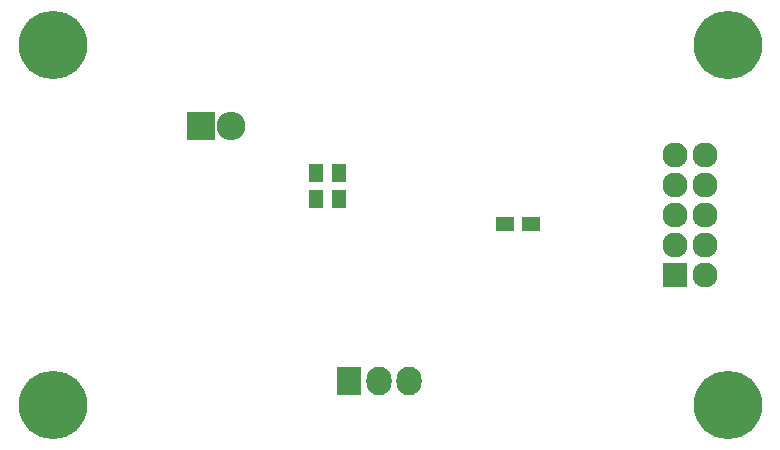
<source format=gbs>
G04 #@! TF.FileFunction,Soldermask,Bot*
%FSLAX46Y46*%
G04 Gerber Fmt 4.6, Leading zero omitted, Abs format (unit mm)*
G04 Created by KiCad (PCBNEW 4.0.2-stable) date 7/3/2016 12:03:50 AM*
%MOMM*%
G01*
G04 APERTURE LIST*
%ADD10C,0.100000*%
%ADD11R,2.127200X2.127200*%
%ADD12O,2.127200X2.127200*%
%ADD13R,1.300000X1.600000*%
%ADD14R,1.600000X1.300000*%
%ADD15R,2.432000X2.432000*%
%ADD16O,2.432000X2.432000*%
%ADD17R,2.127200X2.432000*%
%ADD18O,2.127200X2.432000*%
%ADD19C,5.800000*%
G04 APERTURE END LIST*
D10*
D11*
X103705000Y-78000000D03*
D12*
X106245000Y-78000000D03*
X103705000Y-75460000D03*
X106245000Y-75460000D03*
X103705000Y-72920000D03*
X106245000Y-72920000D03*
X103705000Y-70380000D03*
X106245000Y-70380000D03*
X103705000Y-67840000D03*
X106245000Y-67840000D03*
D13*
X75192100Y-71526200D03*
X75192100Y-69326200D03*
X73249000Y-71526200D03*
X73249000Y-69326200D03*
D14*
X89294000Y-73652000D03*
X91494000Y-73652000D03*
D15*
X63520800Y-65409700D03*
D16*
X66060800Y-65409700D03*
D17*
X76043000Y-86987000D03*
D18*
X78583000Y-86987000D03*
X81123000Y-86987000D03*
D19*
X51000000Y-89000000D03*
X51000000Y-58520000D03*
X108150000Y-58520000D03*
X108150000Y-89000000D03*
M02*

</source>
